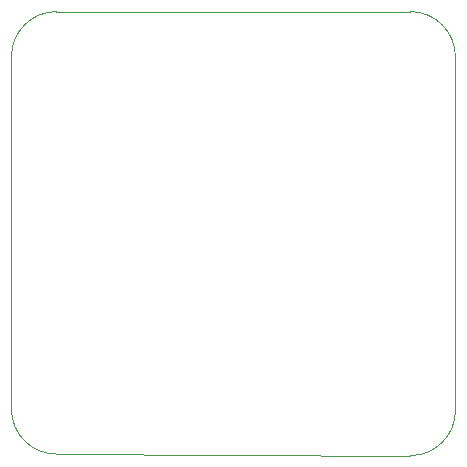
<source format=gbr>
G04 #@! TF.GenerationSoftware,KiCad,Pcbnew,(5.1.6)-1*
G04 #@! TF.CreationDate,2021-06-24T15:04:22+10:00*
G04 #@! TF.ProjectId,BSPD_Accumulator,42535044-5f41-4636-9375-6d756c61746f,rev?*
G04 #@! TF.SameCoordinates,Original*
G04 #@! TF.FileFunction,Profile,NP*
%FSLAX46Y46*%
G04 Gerber Fmt 4.6, Leading zero omitted, Abs format (unit mm)*
G04 Created by KiCad (PCBNEW (5.1.6)-1) date 2021-06-24 15:04:22*
%MOMM*%
%LPD*%
G01*
G04 APERTURE LIST*
G04 #@! TA.AperFunction,Profile*
%ADD10C,0.050000*%
G04 #@! TD*
G04 APERTURE END LIST*
D10*
X73025000Y-80010000D02*
X102997000Y-80137000D01*
X69215000Y-46355000D02*
X69215000Y-76200000D01*
X102997000Y-42545000D02*
X73025000Y-42545000D01*
X106807000Y-76327000D02*
X106807000Y-46355000D01*
X106807000Y-76327000D02*
G75*
G02*
X102997000Y-80137000I-3810000J0D01*
G01*
X102997000Y-42545000D02*
G75*
G02*
X106807000Y-46355000I0J-3810000D01*
G01*
X73025000Y-80010000D02*
G75*
G02*
X69215000Y-76200000I0J3810000D01*
G01*
X69215000Y-46355000D02*
G75*
G02*
X73025000Y-42545000I3810000J0D01*
G01*
M02*

</source>
